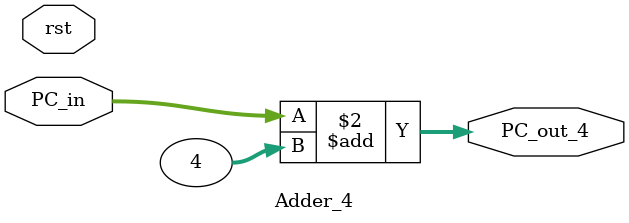
<source format=v>
module Adder_4 (rst, PC_in, PC_out_4);

input rst;
input [31:0] PC_in;
output reg [31:0] PC_out_4;

initial begin 
PC_out_4 <= 32'b00000100;
end


always @ (PC_in) begin

if (rst) begin

PC_out_4 <= 32'b00000000;
end

PC_out_4 <= PC_in+32'b00000100;

end

endmodule
</source>
